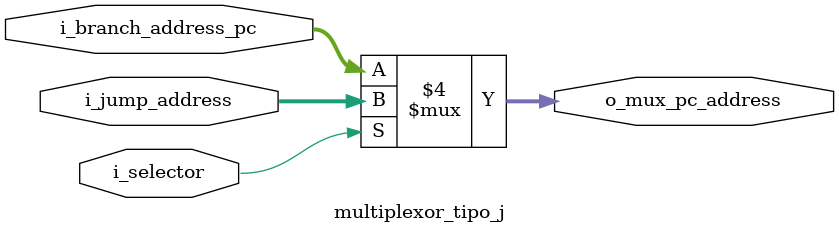
<source format=v>
module multiplexor_tipo_j (
    input i_selector,
    input [31:0] i_jump_address,
    input [31:0] i_branch_address_pc,
    output reg [31:0] o_mux_pc_address
);

always @* begin
    if (i_selector == 1'b1) begin
        o_mux_pc_address = i_jump_address;
    end
    else begin
        o_mux_pc_address = i_branch_address_pc;
    end
end
    
endmodule
</source>
